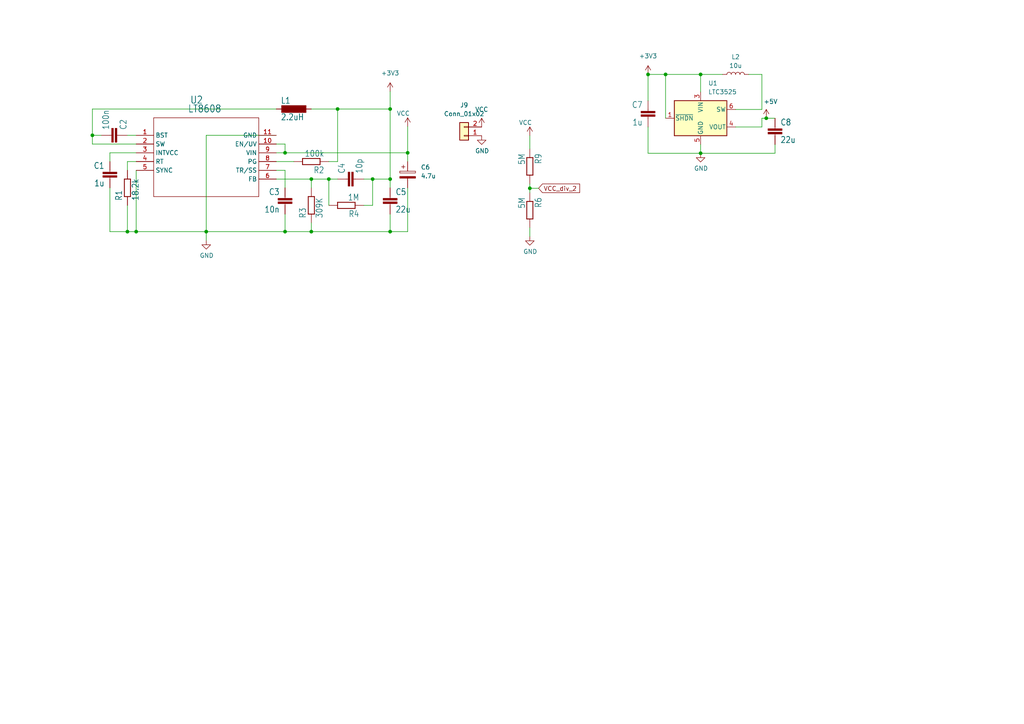
<source format=kicad_sch>
(kicad_sch (version 20231120) (generator "eeschema") (generator_version "8.0")
  (paper "A4")
  (lib_symbols
    (symbol "Connector_Generic:Conn_01x02" (pin_names (offset 1.016) hide)
      (property "Reference" "J" (at 0 2.54 0))
      (property "Value" "Conn_01x02" (at 0 -5.08 0))
      (symbol "Conn_01x02_1_1"
        (rectangle (start -1.27 -2.413) (end 0 -2.667) (stroke (width 0.1524)))
        (rectangle (start -1.27 0.127) (end 0 -0.127) (stroke (width 0.1524)))
        (rectangle (start -1.27 1.27) (end 1.27 -3.81) (stroke (width 0.254)) (fill (type background)))
        (pin passive line (at -5.08 0 0) (length 3.81) (name "Pin_1") (number "1"))
        (pin passive line (at -5.08 -2.54 0) (length 3.81) (name "Pin_2") (number "2"))
      )
    )
    (symbol "Device:C_Polarized" (pin_numbers hide) (pin_names (offset 0.254))
      (property "Reference" "C" (at 0.635 2.54 0))
      (property "Value" "C_Polarized" (at 0.635 -2.54 0))
      (symbol "C_Polarized_0_1"
        (rectangle (start -2.286 0.508) (end 2.286 1.016))
        (polyline (pts (xy -1.778 2.286) (xy -0.762 2.286)))
        (polyline (pts (xy -1.27 2.794) (xy -1.27 1.778)))
        (rectangle (start 2.286 -0.508) (end -2.286 -1.016) (fill (type outline)))
      )
      (symbol "C_Polarized_1_1"
        (pin passive line (at 0 3.81 270) (length 2.794) (name "~") (number "1"))
        (pin passive line (at 0 -3.81 90) (length 2.794) (name "~") (number "2"))
      )
    )
    (symbol "Device:L" (pin_numbers hide) (pin_names (offset 1.016) hide)
      (property "Reference" "L" (at -1.27 0 90))
      (property "Value" "L" (at 1.905 0 90))
      (symbol "L_0_1"
        (arc (start 0 -2.54) (mid 0.6323 -1.905) (end 0 -1.27))
        (arc (start 0 -1.27) (mid 0.6323 -0.635) (end 0 0))
        (arc (start 0 0) (mid 0.6323 0.635) (end 0 1.27))
        (arc (start 0 1.27) (mid 0.6323 1.905) (end 0 2.54))
      )
      (symbol "L_1_1"
        (pin passive line (at 0 3.81 270) (length 1.27) (name "1") (number "1"))
        (pin passive line (at 0 -3.81 90) (length 1.27) (name "2") (number "2"))
      )
    )
    (symbol "RC_station1_3-eagle-import:C-EUC0603K"
      (property "Reference" "C" (at 1.524 0.381 0))
      (property "Value" "C-EUC0603K" (at 1.524 -4.699 0))
      (symbol "C-EUC0603K_1_0"
        (rectangle (start -2.032 -2.032) (end 2.032 -1.524) (fill (type outline)))
        (rectangle (start -2.032 -1.016) (end 2.032 -0.508) (fill (type outline)))
        (polyline (pts (xy 0 -2.54) (xy 0 -2.032)) (stroke (width 0.1524)))
        (polyline (pts (xy 0 0) (xy 0 -0.508)) (stroke (width 0.1524)))
        (pin passive line (at 0 2.54 270) (length 2.54) (name "1") (number "1"))
        (pin passive line (at 0 -5.08 90) (length 2.54) (name "2") (number "2"))
      )
    )
    (symbol "RC_station1_3-eagle-import:C-EUC1206K"
      (property "Reference" "C" (at 1.524 0.381 0))
      (property "Value" "C-EUC1206K" (at 1.524 -4.699 0))
      (symbol "C-EUC1206K_1_0"
        (rectangle (start -2.032 -2.032) (end 2.032 -1.524) (fill (type outline)))
        (rectangle (start -2.032 -1.016) (end 2.032 -0.508) (fill (type outline)))
        (polyline (pts (xy 0 -2.54) (xy 0 -2.032)) (stroke (width 0.1524)))
        (polyline (pts (xy 0 0) (xy 0 -0.508)) (stroke (width 0.1524)))
        (pin passive line (at 0 2.54 270) (length 2.54) (name "1") (number "1"))
        (pin passive line (at 0 -5.08 90) (length 2.54) (name "2") (number "2"))
      )
    )
    (symbol "RC_station1_3-eagle-import:L-EUL3225M"
      (property "Reference" "L" (at -1.4986 -3.81 90))
      (property "Value" "L-EUL3225M" (at 3.302 -3.81 90))
      (symbol "L-EUL3225M_1_0"
        (rectangle (start -1.016 -3.556) (end 1.016 3.556) (fill (type outline)))
        (pin passive line (at 0 5.08 270) (length 2.54) (name "1") (number "1"))
        (pin passive line (at 0 -5.08 90) (length 2.54) (name "2") (number "2"))
      )
    )
    (symbol "RC_station1_3-eagle-import:LT8608"
      (property "Value" "LT8608" (at -5.3594 11.6586 0))
      (symbol "LT8608_1_0"
        (polyline (pts (xy -15.24 -12.7) (xy 15.24 -12.7)) (stroke (width 0.1524)))
        (polyline (pts (xy -15.24 10.16) (xy -15.24 -12.7)) (stroke (width 0.1524)))
        (polyline (pts (xy 15.24 -12.7) (xy 15.24 10.16)) (stroke (width 0.1524)))
        (polyline (pts (xy 15.24 10.16) (xy -15.24 10.16)) (stroke (width 0.1524)))
        (pin input line (at -20.32 5.08 0) (length 5.08) (name "BST") (number "1"))
        (pin passive line (at 20.32 2.54 180) (length 5.08) (name "EN/UV") (number "10"))
        (pin power_in line (at 20.32 5.08 180) (length 5.08) (name "GND") (number "11"))
        (pin output line (at -20.32 2.54 0) (length 5.08) (name "SW") (number "2"))
        (pin passive line (at -20.32 0 0) (length 5.08) (name "INTVCC") (number "3"))
        (pin passive line (at -20.32 -2.54 0) (length 5.08) (name "RT") (number "4"))
        (pin input line (at -20.32 -5.08 0) (length 5.08) (name "SYNC") (number "5"))
        (pin passive line (at 20.32 -7.62 180) (length 5.08) (name "FB") (number "6"))
        (pin output line (at 20.32 -5.08 180) (length 5.08) (name "TR/SS") (number "7"))
        (pin output line (at 20.32 -2.54 180) (length 5.08) (name "PG") (number "8"))
        (pin input line (at 20.32 0 180) (length 5.08) (name "VIN") (number "9"))
      )
    )
    (symbol "RC_station1_3-eagle-import:R-EU_R0603"
      (property "Reference" "R" (at -3.81 1.4986 0))
      (property "Value" "R-EU_R0603" (at -3.81 -3.302 0))
      (symbol "R-EU_R0603_1_0"
        (polyline (pts (xy -2.54 -0.889) (xy -2.54 0.889)) (stroke (width 0.254)))
        (polyline (pts (xy -2.54 -0.889) (xy 2.54 -0.889)) (stroke (width 0.254)))
        (polyline (pts (xy 2.54 -0.889) (xy 2.54 0.889)) (stroke (width 0.254)))
        (polyline (pts (xy 2.54 0.889) (xy -2.54 0.889)) (stroke (width 0.254)))
        (pin passive line (at -5.08 0 0) (length 2.54) (name "1") (number "1"))
        (pin passive line (at 5.08 0 180) (length 2.54) (name "2") (number "2"))
      )
    )
    (symbol "Regulator_Switching:LTC3525" (pin_names (offset 0.254))
      (property "Reference" "U" (at -6.35 6.35 0))
      (property "Value" "LTC3525" (at 1.27 6.35 0))
      (symbol "LTC3525_0_1"
        (rectangle (start -7.62 5.08) (end 7.62 -5.08) (stroke (width 0.254)) (fill (type background)))
      )
      (symbol "LTC3525_1_1"
        (pin input line (at -10.16 0 0) (length 2.54) (name "~{SHDN}") (number "1"))
        (pin passive line (at 0 -7.62 90) (length 2.54) hide (name "GND") (number "2"))
        (pin power_in line (at 0 7.62 270) (length 2.54) (name "VIN") (number "3"))
        (pin power_out line (at 10.16 -2.54 180) (length 2.54) (name "VOUT") (number "4"))
        (pin power_in line (at 0 -7.62 90) (length 2.54) (name "GND") (number "5"))
        (pin input line (at 10.16 2.54 180) (length 2.54) (name "SW") (number "6"))
      )
    )
    (symbol "power:+3.3V" (power) (pin_names (offset 0))
      (property "Value" "+3.3V" (at 0 3.556 0))
      (symbol "+3.3V_0_1"
        (polyline (pts (xy -0.762 1.27) (xy 0 2.54)))
        (polyline (pts (xy 0 0) (xy 0 2.54)))
        (polyline (pts (xy 0 2.54) (xy 0.762 1.27)))
      )
      (symbol "+3.3V_1_1"
        (pin power_in line (at 0 0 90) (length 0) hide (name "+3V3") (number "1"))
      )
    )
    (symbol "power:+5V" (power) (pin_numbers hide) (pin_names (offset 0) hide)
      (property "Value" "+5V" (at 0 3.556 0))
      (symbol "+5V_0_1"
        (polyline (pts (xy -0.762 1.27) (xy 0 2.54)))
        (polyline (pts (xy 0 0) (xy 0 2.54)))
        (polyline (pts (xy 0 2.54) (xy 0.762 1.27)))
      )
      (symbol "+5V_1_1"
        (pin power_in line (at 0 0 90) (length 0) (name "~") (number "1"))
      )
    )
    (symbol "power:GND" (power) (pin_names (offset 0))
      (property "Value" "GND" (at 0 -3.81 0))
      (symbol "GND_0_1"
        (polyline (pts (xy 0 0) (xy 0 -1.27) (xy 1.27 -1.27) (xy 0 -2.54) (xy -1.27 -1.27) (xy 0 -1.27)))
      )
      (symbol "GND_1_1"
        (pin power_in line (at 0 0 270) (length 0) hide (name "GND") (number "1"))
      )
    )
    (symbol "power:VCC" (power) (pin_names (offset 0))
      (property "Value" "VCC" (at 0 3.81 0))
      (symbol "VCC_0_1"
        (polyline (pts (xy -0.762 1.27) (xy 0 2.54)))
        (polyline (pts (xy 0 0) (xy 0 2.54)))
        (polyline (pts (xy 0 2.54) (xy 0.762 1.27)))
      )
      (symbol "VCC_1_1"
        (pin power_in line (at 0 0 90) (length 0) hide (name "VCC") (number "1"))
      )
    )
  )
  (junction (at 113.157 51.943))
  (junction (at 108.077 51.943))
  (junction (at 39.497 67.183))
  (junction (at 153.67 54.61))
  (junction (at 187.96 21.59))
  (junction (at 113.157 31.623))
  (junction (at 90.297 67.183))
  (junction (at 59.817 67.183))
  (junction (at 90.297 51.943))
  (junction (at 97.917 31.623))
  (junction (at 82.677 44.323))
  (junction (at 193.04 21.59))
  (junction (at 222.25 34.29))
  (junction (at 203.2 21.59))
  (junction (at 82.677 67.183))
  (junction (at 26.797 39.243))
  (junction (at 203.2 44.45))
  (junction (at 118.237 44.323))
  (junction (at 113.157 67.183))
  (junction (at 36.957 67.183))
  (junction (at 95.377 51.943))
  (wire (pts (xy 213.36 31.75) (xy 220.98 31.75)))
  (wire (pts (xy 82.677 67.183) (xy 59.817 67.183)))
  (wire (pts (xy 82.677 62.103) (xy 82.677 67.183)))
  (wire (pts (xy 95.377 46.863) (xy 97.917 46.863)))
  (wire (pts (xy 113.157 67.183) (xy 90.297 67.183)))
  (wire (pts (xy 36.957 67.183) (xy 39.497 67.183)))
  (wire (pts (xy 97.917 31.623) (xy 113.157 31.623)))
  (wire (pts (xy 26.797 39.243) (xy 26.797 31.623)))
  (wire (pts (xy 108.077 51.943) (xy 108.077 59.563)))
  (wire (pts (xy 59.817 67.183) (xy 59.817 69.723)))
  (wire (pts (xy 220.98 31.75) (xy 220.98 21.59)))
  (wire (pts (xy 82.677 41.783) (xy 82.677 44.323)))
  (wire (pts (xy 82.677 44.323) (xy 80.137 44.323)))
  (wire (pts (xy 39.497 67.183) (xy 59.817 67.183)))
  (wire (pts (xy 224.79 44.45) (xy 224.79 41.91)))
  (wire (pts (xy 39.497 44.323) (xy 31.877 44.323)))
  (wire (pts (xy 220.98 36.83) (xy 220.98 34.29)))
  (wire (pts (xy 80.137 41.783) (xy 82.677 41.783)))
  (wire (pts (xy 153.67 53.34) (xy 153.67 54.61)))
  (wire (pts (xy 82.677 49.403) (xy 82.677 54.483)))
  (wire (pts (xy 113.157 51.943) (xy 113.157 54.483)))
  (wire (pts (xy 118.237 44.323) (xy 118.237 36.703)))
  (wire (pts (xy 95.377 51.943) (xy 95.377 59.563)))
  (wire (pts (xy 187.96 29.21) (xy 187.96 21.59)))
  (wire (pts (xy 39.497 41.783) (xy 26.797 41.783)))
  (wire (pts (xy 153.67 39.37) (xy 153.67 43.18)))
  (wire (pts (xy 95.377 51.943) (xy 97.917 51.943)))
  (wire (pts (xy 26.797 31.623) (xy 80.137 31.623)))
  (wire (pts (xy 108.077 51.943) (xy 113.157 51.943)))
  (wire (pts (xy 153.67 66.04) (xy 153.67 68.58)))
  (wire (pts (xy 108.077 59.563) (xy 105.537 59.563)))
  (wire (pts (xy 193.04 21.59) (xy 203.2 21.59)))
  (wire (pts (xy 36.957 46.863) (xy 36.957 49.403)))
  (wire (pts (xy 90.297 51.943) (xy 90.297 54.483)))
  (wire (pts (xy 193.04 34.29) (xy 193.04 21.59)))
  (wire (pts (xy 203.2 41.91) (xy 203.2 44.45)))
  (wire (pts (xy 153.67 54.61) (xy 153.67 55.88)))
  (wire (pts (xy 203.2 21.59) (xy 209.55 21.59)))
  (wire (pts (xy 118.237 67.183) (xy 113.157 67.183)))
  (wire (pts (xy 80.137 46.863) (xy 85.217 46.863)))
  (wire (pts (xy 187.96 44.45) (xy 203.2 44.45)))
  (wire (pts (xy 113.157 62.103) (xy 113.157 67.183)))
  (wire (pts (xy 82.677 44.323) (xy 118.237 44.323)))
  (wire (pts (xy 97.917 31.623) (xy 90.297 31.623)))
  (wire (pts (xy 187.96 21.59) (xy 193.04 21.59)))
  (wire (pts (xy 80.137 49.403) (xy 82.677 49.403)))
  (wire (pts (xy 90.297 67.183) (xy 82.677 67.183)))
  (wire (pts (xy 113.157 51.943) (xy 113.157 31.623)))
  (wire (pts (xy 213.36 36.83) (xy 220.98 36.83)))
  (wire (pts (xy 113.157 31.623) (xy 113.157 26.543)))
  (wire (pts (xy 36.957 59.563) (xy 36.957 67.183)))
  (wire (pts (xy 31.877 44.323) (xy 31.877 46.863)))
  (wire (pts (xy 31.877 67.183) (xy 36.957 67.183)))
  (wire (pts (xy 80.137 51.943) (xy 90.297 51.943)))
  (wire (pts (xy 203.2 44.45) (xy 224.79 44.45)))
  (wire (pts (xy 118.237 54.483) (xy 118.237 67.183)))
  (wire (pts (xy 26.797 41.783) (xy 26.797 39.243)))
  (wire (pts (xy 97.917 46.863) (xy 97.917 31.623)))
  (wire (pts (xy 153.67 54.61) (xy 156.21 54.61)))
  (wire (pts (xy 90.297 64.643) (xy 90.297 67.183)))
  (wire (pts (xy 39.497 49.403) (xy 39.497 67.183)))
  (wire (pts (xy 36.957 39.243) (xy 39.497 39.243)))
  (wire (pts (xy 31.877 54.483) (xy 31.877 67.183)))
  (wire (pts (xy 39.497 46.863) (xy 36.957 46.863)))
  (wire (pts (xy 90.297 51.943) (xy 95.377 51.943)))
  (wire (pts (xy 220.98 34.29) (xy 222.25 34.29)))
  (wire (pts (xy 118.237 46.863) (xy 118.237 44.323)))
  (wire (pts (xy 203.2 26.67) (xy 203.2 21.59)))
  (wire (pts (xy 220.98 21.59) (xy 217.17 21.59)))
  (wire (pts (xy 59.817 39.243) (xy 59.817 67.183)))
  (wire (pts (xy 80.137 39.243) (xy 59.817 39.243)))
  (wire (pts (xy 222.25 34.29) (xy 224.79 34.29)))
  (wire (pts (xy 29.337 39.243) (xy 26.797 39.243)))
  (wire (pts (xy 187.96 36.83) (xy 187.96 44.45)))
  (wire (pts (xy 105.537 51.943) (xy 108.077 51.943)))
  (global_label "VCC_div_2" (shape input) (at 156.21 54.61 0) (property "Intersheetrefs" "${INTERSHEET_REFS}" (effects (hide yes))))
  (symbol (lib_id "RC_station1_3-eagle-import:R-EU_R0603") (at 90.297 59.563 90) (unit 1)
    (property "Reference" "R3" (at 88.7984 63.373 0) (effects (font (size 1.778 1.5113)) (justify left bottom)))
    (property "Value" "309K" (at 93.599 63.373 0) (effects (font (size 1.778 1.5113)) (justify left bottom)))
    (property "Footprint" "Resistor_SMD:R_0603_1608Metric" (effects (hide yes)))
    (property "JLC" "0603" (effects (hide yes)))
    (property "LCSC" "C4151043" (effects (hide yes)))
    (property "Mfr Part Number (Input)" "CRCW0603309KFKEA" (effects (hide yes)))
  )
  (symbol (lib_id "RC_station1_3-eagle-import:C-EUC0603K") (at 187.96 31.75 0) (mirror y) (unit 1)
    (property "Reference" "C7" (at 186.436 31.369 0) (effects (font (size 1.778 1.5113)) (justify left bottom)))
    (property "Value" "1u" (at 186.436 36.449 0) (effects (font (size 1.778 1.5113)) (justify left bottom)))
    (property "Footprint" "Capacitor_SMD:C_0603_1608Metric" (effects (hide yes)))
    (property "JLC" "0603" (effects (hide yes)))
    (property "LCSC" "C5199872" (effects (hide yes)))
    (property "Mfr Part Number (Input)" "CL10B105KB8NQNC" (effects (hide yes)))
  )
  (symbol (lib_id "RC_station1_3-eagle-import:R-EU_R0603") (at 90.297 46.863 180) (unit 1)
    (property "Reference" "R2" (at 94.107 48.3616 0) (effects (font (size 1.778 1.5113)) (justify left bottom)))
    (property "Value" "100k" (at 94.107 43.561 0) (effects (font (size 1.778 1.5113)) (justify left bottom)))
    (property "Footprint" "Resistor_SMD:R_0603_1608Metric" (effects (hide yes)))
    (property "JLC" "0603" (effects (hide yes)))
    (property "LCSC" "C844916" (effects (hide yes)))
    (property "Mfr Part Number (Input)" "CRCW0603100KFKEA" (effects (hide yes)))
  )
  (symbol (lib_id "RC_station1_3-eagle-import:R-EU_R0603") (at 36.957 54.483 90) (unit 1)
    (property "Reference" "R1" (at 35.4584 58.293 0) (effects (font (size 1.778 1.5113)) (justify left bottom)))
    (property "Value" "18.2k" (at 40.259 58.293 0) (effects (font (size 1.778 1.5113)) (justify left bottom)))
    (property "Footprint" "Resistor_SMD:R_0603_1608Metric" (effects (hide yes)))
    (property "JLC" "0603" (effects (hide yes)))
    (property "LCSC" "C844532" (effects (hide yes)))
    (property "Mfr Part Number (Input)" "CRCW060318K2FKEA" (effects (hide yes)))
  )
  (symbol (lib_id "RC_station1_3-eagle-import:R-EU_R0603") (at 100.457 59.563 180) (unit 1)
    (property "Reference" "R4" (at 104.267 61.0616 0) (effects (font (size 1.778 1.5113)) (justify left bottom)))
    (property "Value" "1M" (at 104.267 56.261 0) (effects (font (size 1.778 1.5113)) (justify left bottom)))
    (property "Footprint" "Resistor_SMD:R_0603_1608Metric" (effects (hide yes)))
    (property "JLC" "0603" (effects (hide yes)))
    (property "LCSC" "C1859323" (effects (hide yes)))
    (property "Mfr Part Number (Input)" "RCC06031M00FKEA" (effects (hide yes)))
  )
  (symbol (lib_id "RC_station1_3-eagle-import:R-EU_R0603") (at 153.67 60.96 270) (unit 1)
    (property "Reference" "R6" (at 155.1686 57.15 0) (effects (font (size 1.778 1.5113)) (justify left bottom)))
    (property "Value" "5M" (at 150.368 57.15 0) (effects (font (size 1.778 1.5113)) (justify left bottom)))
    (property "Footprint" "Resistor_SMD:R_0603_1608Metric" (effects (hide yes)))
    (property "JLC" "0603" (effects (hide yes)))
    (property "LCSC" "C1859323" (effects (hide yes)))
    (property "Mfr Part Number (Input)" "RCC06031M00FKEA" (effects (hide yes)))
  )
  (symbol (lib_id "power:GND") (at 139.7 39.37 0) (unit 1)
    (property "Reference" "#PWR04" (effects (hide yes)))
    (property "Value" "GND" (at 139.827 43.7642 0))
  )
  (symbol (lib_id "RC_station1_3-eagle-import:R-EU_R0603") (at 153.67 48.26 270) (unit 1)
    (property "Reference" "R9" (at 155.1686 44.45 0) (effects (font (size 1.778 1.5113)) (justify left bottom)))
    (property "Value" "5M" (at 150.368 44.45 0) (effects (font (size 1.778 1.5113)) (justify left bottom)))
    (property "Footprint" "Resistor_SMD:R_0603_1608Metric" (effects (hide yes)))
    (property "JLC" "0603" (effects (hide yes)))
    (property "LCSC" "C1859323" (effects (hide yes)))
    (property "Mfr Part Number (Input)" "RCC06031M00FKEA" (effects (hide yes)))
  )
  (symbol (lib_id "power:GND") (at 203.2 44.45 0) (unit 1)
    (property "Reference" "#PWR022" (effects (hide yes)))
    (property "Value" "GND" (at 203.327 48.8442 0))
  )
  (symbol (lib_id "RC_station1_3-eagle-import:C-EUC1206K") (at 113.157 57.023 0) (unit 1)
    (property "Reference" "C5" (at 114.681 56.642 0) (effects (font (size 1.778 1.5113)) (justify left bottom)))
    (property "Value" "22u" (at 114.681 61.722 0) (effects (font (size 1.778 1.5113)) (justify left bottom)))
    (property "Footprint" "Capacitor_SMD:C_1206_3216Metric" (effects (hide yes)))
    (property "JLC" "1206" (effects (hide yes)))
    (property "LCSC" "C408152" (effects (hide yes)))
    (property "Mfr Part Number (Input)" "GRM31CR70J226KE19L" (effects (hide yes)))
  )
  (symbol (lib_id "RC_station1_3-eagle-import:C-EUC1206K") (at 224.79 36.83 0) (unit 1)
    (property "Reference" "C8" (at 226.314 36.449 0) (effects (font (size 1.778 1.5113)) (justify left bottom)))
    (property "Value" "22u" (at 226.314 41.529 0) (effects (font (size 1.778 1.5113)) (justify left bottom)))
    (property "Footprint" "Capacitor_SMD:C_1206_3216Metric" (effects (hide yes)))
    (property "JLC" "1206" (effects (hide yes)))
    (property "LCSC" "C408152" (effects (hide yes)))
    (property "Mfr Part Number (Input)" "GRM31CR70J226KE19L" (effects (hide yes)))
  )
  (symbol (lib_id "Regulator_Switching:LTC3525") (at 203.2 34.29 0) (unit 1)
    (property "Reference" "U1" (at 205.3941 24.13 0) (effects (justify left)))
    (property "Value" "LTC3525" (at 205.3941 26.67 0) (effects (justify left)))
    (property "Footprint" "Package_TO_SOT_SMD:SOT-363_SC-70-6" (effects (hide yes)))
    (property "Datasheet" "https://www.analog.com/media/en/technical-documentation/data-sheets/3525fc.pdf" (effects (hide yes)))
    (property "Description" "400mA Micropower Synchronous Step-Up DC/DC Converter with Output Disconnect, SC-70-6" (effects (hide yes)))
  )
  (symbol (lib_id "power:GND") (at 153.67 68.58 0) (unit 1)
    (property "Reference" "#PWR020" (effects (hide yes)))
    (property "Value" "GND" (at 153.797 72.9742 0))
  )
  (symbol (lib_id "RC_station1_3-eagle-import:LT8608") (at 59.817 44.323 0) (unit 1)
    (property "Reference" "U2" (at 55.0926 30.1244 0) (effects (font (size 2.0828 1.7703)) (justify left bottom)))
    (property "Value" "LT8608" (at 54.4576 32.6644 0) (effects (font (size 2.0828 1.7703)) (justify left bottom)))
    (property "Footprint" "Package_SO:MSOP-10-1EP_3x3mm_P0.5mm_EP1.68x1.88mm" (effects (hide yes)))
    (property "JLC" "MSOP-10-EP" (effects (hide yes)))
    (property "LCSC" "C580300" (effects (hide yes)))
    (property "Mfr Part Number (Input)" "LT8608IMSE#PBF" (effects (hide yes)))
  )
  (symbol (lib_id "RC_station1_3-eagle-import:C-EUC0603K") (at 100.457 51.943 90) (unit 1)
    (property "Reference" "C4" (at 100.076 50.419 0) (effects (font (size 1.778 1.5113)) (justify left bottom)))
    (property "Value" "10p" (at 105.156 50.419 0) (effects (font (size 1.778 1.5113)) (justify left bottom)))
    (property "Footprint" "Capacitor_SMD:C_0603_1608Metric" (effects (hide yes)))
    (property "JLC" "0603" (effects (hide yes)))
    (property "LCSC" "C2180064" (effects (hide yes)))
    (property "Mfr Part Number (Input)" "C0603C100J1GACAUTO" (effects (hide yes)))
  )
  (symbol (lib_id "RC_station1_3-eagle-import:C-EUC0603K") (at 31.877 49.403 0) (mirror y) (unit 1)
    (property "Reference" "C1" (at 30.353 49.022 0) (effects (font (size 1.778 1.5113)) (justify left bottom)))
    (property "Value" "1u" (at 30.353 54.102 0) (effects (font (size 1.778 1.5113)) (justify left bottom)))
    (property "Footprint" "Capacitor_SMD:C_0603_1608Metric" (effects (hide yes)))
    (property "JLC" "0603" (effects (hide yes)))
    (property "LCSC" "C5199872" (effects (hide yes)))
    (property "Mfr Part Number (Input)" "CL10B105KB8NQNC" (effects (hide yes)))
  )
  (symbol (lib_id "power:VCC") (at 139.7 36.83 0) (unit 1)
    (property "Reference" "#PWR02" (effects (hide yes)))
    (property "Value" "VCC" (at 139.7 31.75 0))
  )
  (symbol (lib_id "Device:L") (at 213.36 21.59 90) (unit 1)
    (property "Reference" "L2" (at 213.36 16.51 90))
    (property "Value" "10u" (at 213.36 19.05 90))
    (property "Description" "Inductor" (effects (hide yes)))
  )
  (symbol (lib_id "power:+5V") (at 222.25 34.29 0) (unit 1)
    (property "Reference" "#PWR024" (effects (hide yes)))
    (property "Value" "+5V" (at 223.52 29.464 0))
    (property "Description" "Power symbol creates a global label with name \"+5V\"" (effects (hide yes)))
  )
  (symbol (lib_id "Connector_Generic:Conn_01x02") (at 134.62 39.37 180) (unit 1)
    (property "Reference" "J9" (at 134.62 30.48 0))
    (property "Value" "Conn_01x02" (at 134.62 33.02 0))
    (property "Footprint" "Connector_PinSocket_2.54mm:PinSocket_1x02_P2.54mm_Vertical" (effects (hide yes)))
  )
  (symbol (lib_id "RC_station1_3-eagle-import:C-EUC0603K") (at 82.677 57.023 0) (mirror y) (unit 1)
    (property "Reference" "C3" (at 81.153 56.642 0) (effects (font (size 1.778 1.5113)) (justify left bottom)))
    (property "Value" "10n" (at 81.153 61.722 0) (effects (font (size 1.778 1.5113)) (justify left bottom)))
    (property "Footprint" "Capacitor_SMD:C_0603_1608Metric" (effects (hide yes)))
    (property "JLC" "0603" (effects (hide yes)))
    (property "LCSC" "C2167111" (effects (hide yes)))
    (property "Mfr Part Number (Input)" "CGA3E2X7R1H103K080AA" (effects (hide yes)))
  )
  (symbol (lib_id "power:GND") (at 59.817 69.723 0) (unit 1)
    (property "Reference" "#PWR01" (effects (hide yes)))
    (property "Value" "GND" (at 59.944 74.1172 0))
  )
  (symbol (lib_id "power:VCC") (at 153.67 39.37 0) (unit 1)
    (property "Reference" "#PWR021" (effects (hide yes)))
    (property "Value" "VCC" (at 152.4 35.56 0))
  )
  (symbol (lib_id "power:VCC") (at 118.237 36.703 0) (unit 1)
    (property "Reference" "#PWR03" (effects (hide yes)))
    (property "Value" "VCC" (at 116.967 32.893 0))
  )
  (symbol (lib_id "power:+3.3V") (at 113.157 26.543 0) (unit 1)
    (property "Reference" "#PWR038" (effects (hide yes)))
    (property "Value" "+3V3" (at 113.157 21.209 0))
  )
  (symbol (lib_id "Device:C_Polarized") (at 118.237 50.673 0) (unit 1)
    (property "Reference" "C6" (at 122.047 48.5139 0) (effects (justify left)))
    (property "Value" "4.7u" (at 122.047 51.0539 0) (effects (justify left)))
    (property "Footprint" "Capacitor_Tantalum_SMD:CP_EIA-7343-15_Kemet-W" (effects (hide yes)))
    (property "JLC" "7343" (effects (hide yes)))
    (property "Mfr Part Number (Input)" "293D475X9050D2TE3" (effects (hide yes)))
    (property "LCSC" "C3097776" (effects (hide yes)))
  )
  (symbol (lib_id "RC_station1_3-eagle-import:C-EUC0603K") (at 34.417 39.243 270) (mirror x) (unit 1)
    (property "Reference" "C2" (at 34.798 37.719 0) (effects (font (size 1.778 1.5113)) (justify left bottom)))
    (property "Value" "100n" (at 29.718 37.719 0) (effects (font (size 1.778 1.5113)) (justify left bottom)))
    (property "Footprint" "Capacitor_SMD:C_0603_1608Metric" (effects (hide yes)))
    (property "JLC" "0603" (effects (hide yes)))
    (property "LCSC" "C599650" (effects (hide yes)))
    (property "Mfr Part Number (Input)" "C0603C104K5RAC7411" (effects (hide yes)))
  )
  (symbol (lib_id "RC_station1_3-eagle-import:L-EUL3225M") (at 85.217 31.623 270) (unit 1)
    (property "Reference" "L1" (at 81.407 30.1244 90) (effects (font (size 1.778 1.5113)) (justify left bottom)))
    (property "Value" "2.2uH" (at 81.407 34.925 90) (effects (font (size 1.778 1.5113)) (justify left bottom)))
    (property "Footprint" "Inductor_SMD:L_1210_3225Metric" (effects (hide yes)))
    (property "JLC" "1210" (effects (hide yes)))
    (property "LCSC" "C80783" (effects (hide yes)))
    (property "Mfr Part Number (Input)" "LQH32CN2R2M23L" (effects (hide yes)))
  )
  (symbol (lib_id "power:+3.3V") (at 187.96 21.59 0) (unit 1)
    (property "Reference" "#PWR029" (effects (hide yes)))
    (property "Value" "+3V3" (at 187.96 16.256 0))
  )
)
</source>
